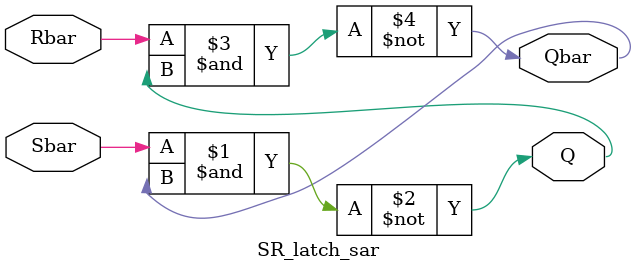
<source format=v>
module SR_latch_sar(Q, Qbar, Sbar, Rbar);
output Q, Qbar;
input Sbar, Rbar;
    nand n1(Q, Sbar, Qbar);
    nand n2(Qbar, Rbar, Q);
endmodule

</source>
